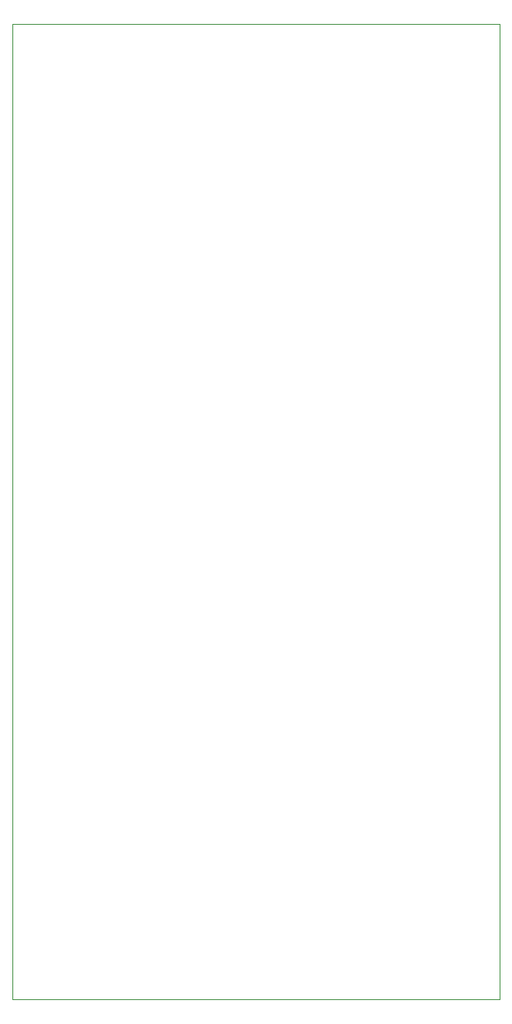
<source format=gbp>
G75*
%MOIN*%
%OFA0B0*%
%FSLAX25Y25*%
%IPPOS*%
%LPD*%
%AMOC8*
5,1,8,0,0,1.08239X$1,22.5*
%
%ADD10C,0.00000*%
D10*
X0052595Y0023933D02*
X0052595Y0417634D01*
X0249446Y0417634D01*
X0249446Y0023933D01*
X0052595Y0023933D01*
M02*

</source>
